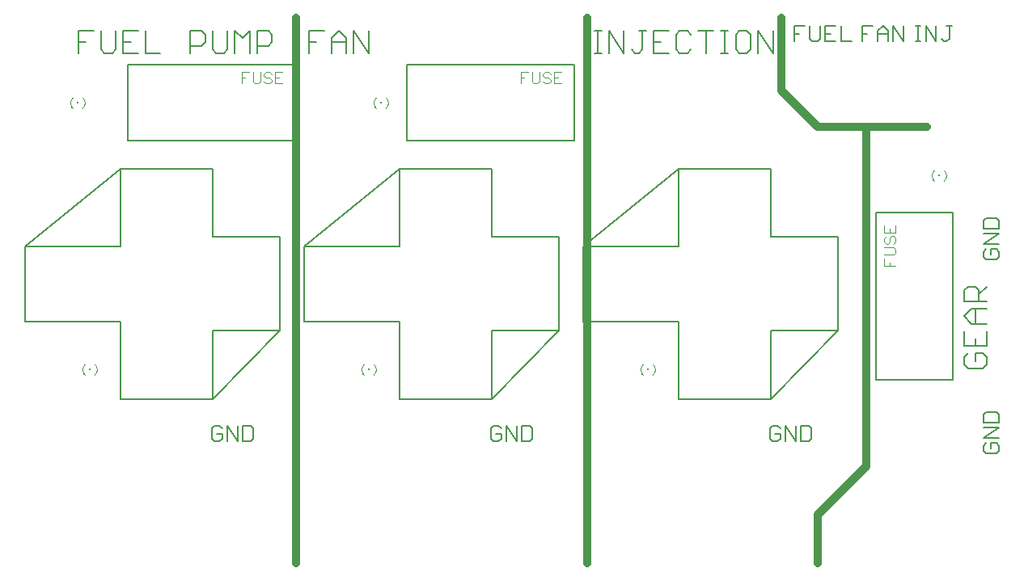
<source format=gto>
G75*
G70*
%OFA0B0*%
%FSLAX24Y24*%
%IPPOS*%
%LPD*%
%AMOC8*
5,1,8,0,0,1.08239X$1,22.5*
%
%ADD10C,0.0080*%
%ADD11C,0.0060*%
%ADD12C,0.0320*%
%ADD13C,0.0050*%
%ADD14C,0.0040*%
%ADD15R,0.0079X0.0079*%
%ADD16R,0.0098X0.0059*%
D10*
X039140Y012013D02*
X039294Y011860D01*
X039907Y011860D01*
X040061Y012013D01*
X040061Y012320D01*
X039907Y012474D01*
X039600Y012474D01*
X039600Y012167D01*
X039294Y012474D02*
X039140Y012320D01*
X039140Y012013D01*
X039140Y012781D02*
X040061Y012781D01*
X040061Y013394D01*
X040061Y013701D02*
X039447Y013701D01*
X039140Y014008D01*
X039447Y014315D01*
X040061Y014315D01*
X040061Y014622D02*
X039140Y014622D01*
X039140Y015082D01*
X039294Y015236D01*
X039600Y015236D01*
X039754Y015082D01*
X039754Y014622D01*
X039600Y014315D02*
X039600Y013701D01*
X039140Y013394D02*
X039140Y012781D01*
X039600Y012781D02*
X039600Y013087D01*
X039754Y014929D02*
X040061Y015236D01*
X031257Y024860D02*
X031257Y025781D01*
X030643Y025781D02*
X031257Y024860D01*
X030643Y024860D02*
X030643Y025781D01*
X030336Y025627D02*
X030183Y025781D01*
X029876Y025781D01*
X029722Y025627D01*
X029722Y025013D01*
X029876Y024860D01*
X030183Y024860D01*
X030336Y025013D01*
X030336Y025627D01*
X029415Y025781D02*
X029108Y025781D01*
X029262Y025781D02*
X029262Y024860D01*
X029415Y024860D02*
X029108Y024860D01*
X028494Y024860D02*
X028494Y025781D01*
X028188Y025781D02*
X028801Y025781D01*
X027881Y025627D02*
X027727Y025781D01*
X027420Y025781D01*
X027267Y025627D01*
X027267Y025013D01*
X027420Y024860D01*
X027727Y024860D01*
X027881Y025013D01*
X026960Y024860D02*
X026346Y024860D01*
X026346Y025781D01*
X026960Y025781D01*
X026653Y025320D02*
X026346Y025320D01*
X025886Y025013D02*
X025886Y025781D01*
X026039Y025781D02*
X025732Y025781D01*
X025118Y025781D02*
X025118Y024860D01*
X024505Y025781D01*
X024505Y024860D01*
X024198Y024860D02*
X023891Y024860D01*
X024044Y024860D02*
X024044Y025781D01*
X023891Y025781D02*
X024198Y025781D01*
X025425Y025013D02*
X025579Y024860D01*
X025732Y024860D01*
X025886Y025013D01*
X014596Y024860D02*
X014596Y025781D01*
X013982Y025781D02*
X014596Y024860D01*
X013982Y024860D02*
X013982Y025781D01*
X013675Y025474D02*
X013675Y024860D01*
X013675Y025320D02*
X013062Y025320D01*
X013062Y025474D02*
X013368Y025781D01*
X013675Y025474D01*
X013062Y025474D02*
X013062Y024860D01*
X012448Y025320D02*
X012141Y025320D01*
X012141Y024860D02*
X012141Y025781D01*
X012755Y025781D01*
X010621Y025627D02*
X010621Y025320D01*
X010467Y025167D01*
X010007Y025167D01*
X010007Y024860D02*
X010007Y025781D01*
X010467Y025781D01*
X010621Y025627D01*
X009700Y025781D02*
X009700Y024860D01*
X009086Y024860D02*
X009086Y025781D01*
X009393Y025474D01*
X009700Y025781D01*
X008779Y025781D02*
X008779Y025013D01*
X008626Y024860D01*
X008319Y024860D01*
X008165Y025013D01*
X008165Y025781D01*
X007858Y025627D02*
X007858Y025320D01*
X007705Y025167D01*
X007245Y025167D01*
X007245Y024860D02*
X007245Y025781D01*
X007705Y025781D01*
X007858Y025627D01*
X006017Y024860D02*
X005403Y024860D01*
X005403Y025781D01*
X005096Y025781D02*
X004482Y025781D01*
X004482Y024860D01*
X005096Y024860D01*
X004789Y025320D02*
X004482Y025320D01*
X004175Y025013D02*
X004175Y025781D01*
X003562Y025781D02*
X003562Y025013D01*
X003715Y024860D01*
X004022Y024860D01*
X004175Y025013D01*
X003255Y025781D02*
X002641Y025781D01*
X002641Y024860D01*
X002641Y025320D02*
X002948Y025320D01*
D11*
X008238Y009490D02*
X008131Y009384D01*
X008131Y008957D01*
X008238Y008850D01*
X008451Y008850D01*
X008558Y008957D01*
X008558Y009170D01*
X008344Y009170D01*
X008558Y009384D02*
X008451Y009490D01*
X008238Y009490D01*
X008775Y009490D02*
X009202Y008850D01*
X009202Y009490D01*
X009420Y009490D02*
X009740Y009490D01*
X009847Y009384D01*
X009847Y008957D01*
X009740Y008850D01*
X009420Y008850D01*
X009420Y009490D01*
X008775Y009490D02*
X008775Y008850D01*
X019631Y008957D02*
X019738Y008850D01*
X019951Y008850D01*
X020058Y008957D01*
X020058Y009170D01*
X019844Y009170D01*
X019631Y009384D02*
X019631Y008957D01*
X019631Y009384D02*
X019738Y009490D01*
X019951Y009490D01*
X020058Y009384D01*
X020275Y009490D02*
X020702Y008850D01*
X020702Y009490D01*
X020920Y009490D02*
X021240Y009490D01*
X021347Y009384D01*
X021347Y008957D01*
X021240Y008850D01*
X020920Y008850D01*
X020920Y009490D01*
X020275Y009490D02*
X020275Y008850D01*
X031131Y008957D02*
X031238Y008850D01*
X031451Y008850D01*
X031558Y008957D01*
X031558Y009170D01*
X031344Y009170D01*
X031131Y009384D02*
X031131Y008957D01*
X031131Y009384D02*
X031238Y009490D01*
X031451Y009490D01*
X031558Y009384D01*
X031775Y009490D02*
X032202Y008850D01*
X032202Y009490D01*
X032420Y009490D02*
X032740Y009490D01*
X032847Y009384D01*
X032847Y008957D01*
X032740Y008850D01*
X032420Y008850D01*
X032420Y009490D01*
X031775Y009490D02*
X031775Y008850D01*
X039930Y008994D02*
X040571Y009421D01*
X039930Y009421D01*
X039930Y009639D02*
X039930Y009959D01*
X040037Y010066D01*
X040464Y010066D01*
X040571Y009959D01*
X040571Y009639D01*
X039930Y009639D01*
X039930Y008994D02*
X040571Y008994D01*
X040464Y008777D02*
X040251Y008777D01*
X040251Y008563D01*
X040037Y008350D02*
X040464Y008350D01*
X040571Y008457D01*
X040571Y008670D01*
X040464Y008777D01*
X040037Y008777D02*
X039930Y008670D01*
X039930Y008457D01*
X040037Y008350D01*
X040037Y016350D02*
X040464Y016350D01*
X040571Y016457D01*
X040571Y016670D01*
X040464Y016777D01*
X040251Y016777D01*
X040251Y016563D01*
X040037Y016350D02*
X039930Y016457D01*
X039930Y016670D01*
X040037Y016777D01*
X039930Y016994D02*
X040571Y017421D01*
X039930Y017421D01*
X039930Y017639D02*
X039930Y017959D01*
X040037Y018066D01*
X040464Y018066D01*
X040571Y017959D01*
X040571Y017639D01*
X039930Y017639D01*
X039930Y016994D02*
X040571Y016994D01*
X038419Y025350D02*
X038525Y025457D01*
X038525Y025990D01*
X038419Y025990D02*
X038632Y025990D01*
X037987Y025990D02*
X037987Y025350D01*
X037560Y025990D01*
X037560Y025350D01*
X037344Y025350D02*
X037131Y025350D01*
X037238Y025350D02*
X037238Y025990D01*
X037344Y025990D02*
X037131Y025990D01*
X036647Y025990D02*
X036647Y025350D01*
X036220Y025990D01*
X036220Y025350D01*
X036002Y025350D02*
X036002Y025777D01*
X035789Y025990D01*
X035575Y025777D01*
X035575Y025350D01*
X035575Y025670D02*
X036002Y025670D01*
X035358Y025990D02*
X034931Y025990D01*
X034931Y025350D01*
X034931Y025670D02*
X035144Y025670D01*
X034491Y025350D02*
X034064Y025350D01*
X034064Y025990D01*
X033847Y025990D02*
X033420Y025990D01*
X033420Y025350D01*
X033847Y025350D01*
X033633Y025670D02*
X033420Y025670D01*
X033202Y025457D02*
X033202Y025990D01*
X032775Y025990D02*
X032775Y025457D01*
X032882Y025350D01*
X033096Y025350D01*
X033202Y025457D01*
X032558Y025990D02*
X032131Y025990D01*
X032131Y025350D01*
X032131Y025670D02*
X032344Y025670D01*
X038205Y025457D02*
X038312Y025350D01*
X038419Y025350D01*
D12*
X011601Y026320D02*
X011601Y003820D01*
X023601Y003820D02*
X023601Y026320D01*
X031601Y026320D02*
X031601Y023320D01*
X033101Y021820D01*
X035101Y021820D01*
X037601Y021820D01*
X035101Y021820D02*
X035101Y007820D01*
X033101Y005820D01*
X033101Y003820D01*
D13*
X031180Y010603D02*
X027372Y010603D01*
X027372Y013804D01*
X023435Y013804D01*
X023435Y016903D01*
X027372Y016903D01*
X027372Y020103D01*
X023435Y016903D01*
X022435Y017296D02*
X019680Y017296D01*
X019680Y020103D01*
X015872Y020103D01*
X015872Y016903D01*
X011935Y016903D01*
X011935Y013804D01*
X015872Y013804D01*
X015872Y010603D01*
X019680Y010603D01*
X022435Y013410D01*
X019680Y013410D01*
X019680Y010603D01*
X022435Y013410D02*
X022435Y017296D01*
X027372Y020103D02*
X031180Y020103D01*
X031180Y017296D01*
X033935Y017296D01*
X033935Y013410D01*
X031180Y010603D01*
X031180Y013410D01*
X033935Y013410D01*
X035518Y011399D02*
X038668Y011399D01*
X038668Y018288D01*
X035518Y018288D01*
X035518Y011399D01*
X023069Y021253D02*
X023069Y024403D01*
X016180Y024403D01*
X016180Y021253D01*
X023069Y021253D01*
X015872Y020103D02*
X011935Y016903D01*
X010935Y017296D02*
X008180Y017296D01*
X008180Y020103D01*
X004372Y020103D01*
X004372Y016903D01*
X000435Y016903D01*
X000435Y013804D01*
X004372Y013804D01*
X004372Y010603D01*
X008180Y010603D01*
X010935Y013410D01*
X008180Y013410D01*
X008180Y010603D01*
X010935Y013410D02*
X010935Y017296D01*
X011569Y021253D02*
X011569Y024403D01*
X004680Y024403D01*
X004680Y021253D01*
X011569Y021253D01*
X004372Y020103D02*
X000435Y016903D01*
D14*
X003298Y012037D02*
X003321Y012014D01*
X003341Y011988D01*
X003358Y011960D01*
X003372Y011931D01*
X003383Y011900D01*
X003390Y011869D01*
X003394Y011836D01*
X003394Y011804D01*
X003390Y011771D01*
X003383Y011740D01*
X003372Y011709D01*
X003358Y011680D01*
X003341Y011652D01*
X003321Y011626D01*
X003298Y011603D01*
X002904Y011603D02*
X002881Y011626D01*
X002861Y011652D01*
X002844Y011680D01*
X002830Y011709D01*
X002819Y011740D01*
X002812Y011771D01*
X002808Y011804D01*
X002808Y011836D01*
X002812Y011869D01*
X002819Y011900D01*
X002830Y011931D01*
X002844Y011960D01*
X002861Y011988D01*
X002881Y012014D01*
X002904Y012037D01*
X014798Y012037D02*
X014821Y012014D01*
X014841Y011988D01*
X014858Y011960D01*
X014872Y011931D01*
X014883Y011900D01*
X014890Y011869D01*
X014894Y011836D01*
X014894Y011804D01*
X014890Y011771D01*
X014883Y011740D01*
X014872Y011709D01*
X014858Y011680D01*
X014841Y011652D01*
X014821Y011626D01*
X014798Y011603D01*
X014404Y011603D02*
X014381Y011626D01*
X014361Y011652D01*
X014344Y011680D01*
X014330Y011709D01*
X014319Y011740D01*
X014312Y011771D01*
X014308Y011804D01*
X014308Y011836D01*
X014312Y011869D01*
X014319Y011900D01*
X014330Y011931D01*
X014344Y011960D01*
X014361Y011988D01*
X014381Y012014D01*
X014404Y012037D01*
X026298Y012037D02*
X026321Y012014D01*
X026341Y011988D01*
X026358Y011960D01*
X026372Y011931D01*
X026383Y011900D01*
X026390Y011869D01*
X026394Y011836D01*
X026394Y011804D01*
X026390Y011771D01*
X026383Y011740D01*
X026372Y011709D01*
X026358Y011680D01*
X026341Y011652D01*
X026321Y011626D01*
X026298Y011603D01*
X025904Y011603D02*
X025881Y011626D01*
X025861Y011652D01*
X025844Y011680D01*
X025830Y011709D01*
X025819Y011740D01*
X025812Y011771D01*
X025808Y011804D01*
X025808Y011836D01*
X025812Y011869D01*
X025819Y011900D01*
X025830Y011931D01*
X025844Y011960D01*
X025861Y011988D01*
X025881Y012014D01*
X025904Y012037D01*
X035845Y016081D02*
X035845Y016388D01*
X035845Y016541D02*
X036229Y016541D01*
X036305Y016618D01*
X036305Y016771D01*
X036229Y016848D01*
X035845Y016848D01*
X035922Y017002D02*
X035845Y017078D01*
X035845Y017232D01*
X035922Y017309D01*
X035845Y017462D02*
X036305Y017462D01*
X036305Y017769D01*
X036075Y017615D02*
X036075Y017462D01*
X036152Y017309D02*
X036229Y017309D01*
X036305Y017232D01*
X036305Y017078D01*
X036229Y017002D01*
X036075Y017078D02*
X035998Y017002D01*
X035922Y017002D01*
X036075Y017078D02*
X036075Y017232D01*
X036152Y017309D01*
X035845Y017462D02*
X035845Y017769D01*
X036075Y016234D02*
X036075Y016081D01*
X036305Y016081D02*
X035845Y016081D01*
X038298Y019603D02*
X038321Y019626D01*
X038341Y019652D01*
X038358Y019680D01*
X038372Y019709D01*
X038383Y019740D01*
X038390Y019771D01*
X038394Y019804D01*
X038394Y019836D01*
X038390Y019869D01*
X038383Y019900D01*
X038372Y019931D01*
X038358Y019960D01*
X038341Y019988D01*
X038321Y020014D01*
X038298Y020037D01*
X037904Y020037D02*
X037881Y020014D01*
X037861Y019988D01*
X037844Y019960D01*
X037830Y019931D01*
X037819Y019900D01*
X037812Y019869D01*
X037808Y019836D01*
X037808Y019804D01*
X037812Y019771D01*
X037819Y019740D01*
X037830Y019709D01*
X037844Y019680D01*
X037861Y019652D01*
X037881Y019626D01*
X037904Y019603D01*
X022550Y023615D02*
X022243Y023615D01*
X022243Y024076D01*
X022550Y024076D01*
X022396Y023846D02*
X022243Y023846D01*
X022090Y023769D02*
X022090Y023692D01*
X022013Y023615D01*
X021859Y023615D01*
X021783Y023692D01*
X021629Y023692D02*
X021629Y024076D01*
X021783Y023999D02*
X021783Y023922D01*
X021859Y023846D01*
X022013Y023846D01*
X022090Y023769D01*
X022090Y023999D02*
X022013Y024076D01*
X021859Y024076D01*
X021783Y023999D01*
X021629Y023692D02*
X021552Y023615D01*
X021399Y023615D01*
X021322Y023692D01*
X021322Y024076D01*
X021169Y024076D02*
X020862Y024076D01*
X020862Y023615D01*
X020862Y023846D02*
X021015Y023846D01*
X015298Y023037D02*
X015321Y023014D01*
X015341Y022988D01*
X015358Y022960D01*
X015372Y022931D01*
X015383Y022900D01*
X015390Y022869D01*
X015394Y022836D01*
X015394Y022804D01*
X015390Y022771D01*
X015383Y022740D01*
X015372Y022709D01*
X015358Y022680D01*
X015341Y022652D01*
X015321Y022626D01*
X015298Y022603D01*
X014904Y022603D02*
X014881Y022626D01*
X014861Y022652D01*
X014844Y022680D01*
X014830Y022709D01*
X014819Y022740D01*
X014812Y022771D01*
X014808Y022804D01*
X014808Y022836D01*
X014812Y022869D01*
X014819Y022900D01*
X014830Y022931D01*
X014844Y022960D01*
X014861Y022988D01*
X014881Y023014D01*
X014904Y023037D01*
X011050Y023615D02*
X010743Y023615D01*
X010743Y024076D01*
X011050Y024076D01*
X010896Y023846D02*
X010743Y023846D01*
X010590Y023769D02*
X010590Y023692D01*
X010513Y023615D01*
X010359Y023615D01*
X010283Y023692D01*
X010129Y023692D02*
X010052Y023615D01*
X009899Y023615D01*
X009822Y023692D01*
X009822Y024076D01*
X009669Y024076D02*
X009362Y024076D01*
X009362Y023615D01*
X009362Y023846D02*
X009515Y023846D01*
X010129Y023692D02*
X010129Y024076D01*
X010283Y023999D02*
X010283Y023922D01*
X010359Y023846D01*
X010513Y023846D01*
X010590Y023769D01*
X010590Y023999D02*
X010513Y024076D01*
X010359Y024076D01*
X010283Y023999D01*
X002798Y023037D02*
X002821Y023014D01*
X002841Y022988D01*
X002858Y022960D01*
X002872Y022931D01*
X002883Y022900D01*
X002890Y022869D01*
X002894Y022836D01*
X002894Y022804D01*
X002890Y022771D01*
X002883Y022740D01*
X002872Y022709D01*
X002858Y022680D01*
X002841Y022652D01*
X002821Y022626D01*
X002798Y022603D01*
X002404Y022603D02*
X002381Y022626D01*
X002361Y022652D01*
X002344Y022680D01*
X002330Y022709D01*
X002319Y022740D01*
X002312Y022771D01*
X002308Y022804D01*
X002308Y022836D01*
X002312Y022869D01*
X002319Y022900D01*
X002330Y022931D01*
X002344Y022960D01*
X002361Y022988D01*
X002381Y023014D01*
X002404Y023037D01*
D15*
X002601Y022820D03*
X015101Y022820D03*
X014601Y011820D03*
X026101Y011820D03*
X038101Y019820D03*
X003101Y011820D03*
D16*
X002874Y011613D03*
X014374Y011613D03*
X025874Y011613D03*
X037874Y019613D03*
X014874Y022613D03*
X002374Y022613D03*
M02*

</source>
